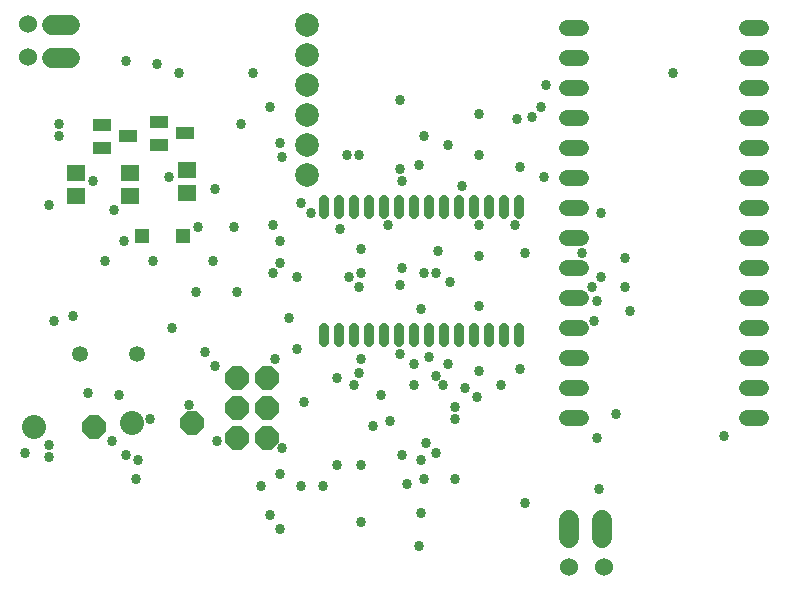
<source format=gbs>
G75*
%MOIN*%
%OFA0B0*%
%FSLAX25Y25*%
%IPPOS*%
%LPD*%
%AMOC8*
5,1,8,0,0,1.08239X$1,22.5*
%
%ADD10C,0.06012*%
%ADD11OC8,0.07900*%
%ADD12C,0.05300*%
%ADD13C,0.03256*%
%ADD14R,0.06406X0.05618*%
%ADD15R,0.06012X0.04437*%
%ADD16C,0.08000*%
%ADD17OC8,0.08000*%
%ADD18R,0.05000X0.05000*%
%ADD19C,0.07900*%
%ADD20C,0.06500*%
%ADD21C,0.05300*%
%ADD22C,0.03400*%
D10*
X0192494Y0013306D03*
X0203994Y0013306D03*
X0011994Y0183306D03*
X0011994Y0194306D03*
D11*
X0081594Y0076406D03*
X0091594Y0076406D03*
X0091594Y0066406D03*
X0081594Y0066406D03*
X0081594Y0056406D03*
X0091594Y0056406D03*
D12*
X0191594Y0062806D02*
X0196394Y0062806D01*
X0196394Y0072806D02*
X0191594Y0072806D01*
X0191594Y0082806D02*
X0196394Y0082806D01*
X0196394Y0092806D02*
X0191594Y0092806D01*
X0191594Y0102806D02*
X0196394Y0102806D01*
X0196394Y0112806D02*
X0191594Y0112806D01*
X0191594Y0122806D02*
X0196394Y0122806D01*
X0196394Y0132806D02*
X0191594Y0132806D01*
X0191594Y0142806D02*
X0196394Y0142806D01*
X0196394Y0152806D02*
X0191594Y0152806D01*
X0191594Y0162806D02*
X0196394Y0162806D01*
X0196394Y0172806D02*
X0191594Y0172806D01*
X0191594Y0182806D02*
X0196394Y0182806D01*
X0196394Y0192806D02*
X0191594Y0192806D01*
X0251594Y0192806D02*
X0256394Y0192806D01*
X0256394Y0182806D02*
X0251594Y0182806D01*
X0251594Y0172806D02*
X0256394Y0172806D01*
X0256394Y0162806D02*
X0251594Y0162806D01*
X0251594Y0152806D02*
X0256394Y0152806D01*
X0256394Y0142806D02*
X0251594Y0142806D01*
X0251594Y0132806D02*
X0256394Y0132806D01*
X0256394Y0122806D02*
X0251594Y0122806D01*
X0251594Y0112806D02*
X0256394Y0112806D01*
X0256394Y0102806D02*
X0251594Y0102806D01*
X0251594Y0092806D02*
X0256394Y0092806D01*
X0256394Y0082806D02*
X0251594Y0082806D01*
X0251594Y0072806D02*
X0256394Y0072806D01*
X0256394Y0062806D02*
X0251594Y0062806D01*
D13*
X0175794Y0088325D02*
X0175794Y0093049D01*
X0170794Y0093049D02*
X0170794Y0088325D01*
X0165794Y0088325D02*
X0165794Y0093049D01*
X0160794Y0093049D02*
X0160794Y0088325D01*
X0155794Y0088325D02*
X0155794Y0093049D01*
X0150794Y0093049D02*
X0150794Y0088325D01*
X0145794Y0088325D02*
X0145794Y0093049D01*
X0140794Y0093049D02*
X0140794Y0088325D01*
X0135794Y0088325D02*
X0135794Y0093049D01*
X0130794Y0093049D02*
X0130794Y0088325D01*
X0125794Y0088325D02*
X0125794Y0093049D01*
X0120794Y0093049D02*
X0120794Y0088325D01*
X0115794Y0088325D02*
X0115794Y0093049D01*
X0110794Y0093049D02*
X0110794Y0088325D01*
X0110794Y0130963D02*
X0110794Y0135687D01*
X0115794Y0135687D02*
X0115794Y0130963D01*
X0120794Y0130963D02*
X0120794Y0135687D01*
X0125794Y0135687D02*
X0125794Y0130963D01*
X0130794Y0130963D02*
X0130794Y0135687D01*
X0135794Y0135687D02*
X0135794Y0130963D01*
X0140794Y0130963D02*
X0140794Y0135687D01*
X0145794Y0135687D02*
X0145794Y0130963D01*
X0150794Y0130963D02*
X0150794Y0135687D01*
X0155794Y0135687D02*
X0155794Y0130963D01*
X0160794Y0130963D02*
X0160794Y0135687D01*
X0165794Y0135687D02*
X0165794Y0130963D01*
X0170794Y0130963D02*
X0170794Y0135687D01*
X0175794Y0135687D02*
X0175794Y0130963D01*
D14*
X0064994Y0138066D03*
X0064994Y0145546D03*
X0045994Y0144546D03*
X0045994Y0137066D03*
X0027994Y0137066D03*
X0027994Y0144546D03*
D15*
X0036663Y0153066D03*
X0036663Y0160546D03*
X0045325Y0156806D03*
X0055663Y0154066D03*
X0064325Y0157806D03*
X0055663Y0161546D03*
D16*
X0046594Y0061206D03*
X0014194Y0060106D03*
D17*
X0034194Y0060106D03*
X0066594Y0061206D03*
D18*
X0063594Y0123506D03*
X0050094Y0123506D03*
D19*
X0104994Y0143806D03*
X0104994Y0153806D03*
X0104994Y0163806D03*
X0104994Y0173806D03*
X0104994Y0183806D03*
X0104994Y0193806D03*
D20*
X0025994Y0194106D02*
X0019994Y0194106D01*
X0019994Y0183106D02*
X0025994Y0183106D01*
X0192494Y0028806D02*
X0192494Y0022806D01*
X0203494Y0022806D02*
X0203494Y0028806D01*
D21*
X0048294Y0084206D03*
X0029294Y0084206D03*
D22*
X0047994Y0042606D03*
X0048794Y0049006D03*
X0044794Y0050606D03*
X0039994Y0055406D03*
X0052794Y0062606D03*
X0042394Y0070606D03*
X0031994Y0071406D03*
X0019194Y0053806D03*
X0019194Y0049806D03*
X0011194Y0051406D03*
X0059994Y0093006D03*
X0071194Y0085006D03*
X0074394Y0080206D03*
X0065594Y0067406D03*
X0075194Y0055406D03*
X0089594Y0040206D03*
X0095994Y0044206D03*
X0103194Y0040206D03*
X0110394Y0040206D03*
X0115194Y0047406D03*
X0123194Y0047406D03*
X0136794Y0050606D03*
X0143194Y0049006D03*
X0147994Y0051406D03*
X0144794Y0054606D03*
X0154394Y0062606D03*
X0154394Y0066606D03*
X0157594Y0073006D03*
X0161594Y0069806D03*
X0169594Y0073806D03*
X0175994Y0079406D03*
X0162394Y0078606D03*
X0151994Y0081006D03*
X0147994Y0077006D03*
X0150394Y0073806D03*
X0140794Y0073806D03*
X0140794Y0081006D03*
X0145594Y0083406D03*
X0135994Y0084206D03*
X0123194Y0082606D03*
X0122394Y0077806D03*
X0120794Y0073806D03*
X0115194Y0076206D03*
X0103994Y0068206D03*
X0094394Y0082606D03*
X0101594Y0085806D03*
X0099194Y0096206D03*
X0101594Y0109806D03*
X0095994Y0114606D03*
X0093594Y0111406D03*
X0095994Y0121806D03*
X0093594Y0127406D03*
X0103194Y0134606D03*
X0106394Y0131406D03*
X0115994Y0125806D03*
X0123194Y0119406D03*
X0123194Y0111406D03*
X0119194Y0109806D03*
X0122394Y0106606D03*
X0135994Y0107406D03*
X0136794Y0113006D03*
X0143994Y0111406D03*
X0147994Y0111406D03*
X0152794Y0108206D03*
X0162394Y0100206D03*
X0162394Y0117006D03*
X0162394Y0127406D03*
X0174394Y0127406D03*
X0177594Y0117806D03*
X0196794Y0117806D03*
X0203194Y0109806D03*
X0199994Y0106606D03*
X0201594Y0101806D03*
X0200794Y0095406D03*
X0212794Y0098606D03*
X0211194Y0106606D03*
X0211194Y0116206D03*
X0203194Y0131406D03*
X0183994Y0143406D03*
X0175994Y0146606D03*
X0162394Y0150606D03*
X0151994Y0153806D03*
X0143994Y0157006D03*
X0142394Y0147406D03*
X0136794Y0141806D03*
X0135994Y0145806D03*
X0122394Y0150606D03*
X0118394Y0150606D03*
X0096794Y0149806D03*
X0095994Y0154606D03*
X0092794Y0166606D03*
X0083194Y0161006D03*
X0087194Y0177806D03*
X0062394Y0177806D03*
X0055194Y0181006D03*
X0044794Y0181806D03*
X0022394Y0161006D03*
X0022394Y0157006D03*
X0033594Y0141806D03*
X0040794Y0132206D03*
X0043994Y0121806D03*
X0037594Y0115406D03*
X0053594Y0115406D03*
X0067994Y0105006D03*
X0073594Y0115406D03*
X0068794Y0126606D03*
X0080794Y0126606D03*
X0074394Y0139406D03*
X0059194Y0143406D03*
X0019194Y0133806D03*
X0027194Y0097006D03*
X0020794Y0095406D03*
X0081594Y0105006D03*
X0129594Y0070606D03*
X0132794Y0061806D03*
X0127194Y0060206D03*
X0143994Y0042606D03*
X0138394Y0041006D03*
X0143194Y0031406D03*
X0142394Y0020206D03*
X0123194Y0028206D03*
X0095994Y0025806D03*
X0092794Y0030606D03*
X0096794Y0053006D03*
X0154394Y0042606D03*
X0177594Y0034606D03*
X0202394Y0039406D03*
X0201594Y0056206D03*
X0207994Y0064206D03*
X0243994Y0057006D03*
X0148794Y0118606D03*
X0131994Y0127406D03*
X0156794Y0140206D03*
X0175194Y0162606D03*
X0179994Y0163406D03*
X0183194Y0166606D03*
X0184794Y0173806D03*
X0162394Y0164206D03*
X0135994Y0169006D03*
X0143194Y0099406D03*
X0227194Y0177806D03*
M02*

</source>
